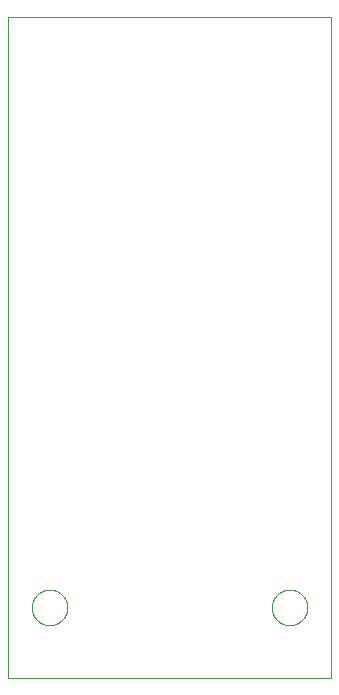
<source format=gbr>
G04 EAGLE Gerber RS-274X export*
G75*
%MOMM*%
%FSLAX34Y34*%
%LPD*%
%AMOC8*
5,1,8,0,0,1.08239X$1,22.5*%
G01*
%ADD10C,0.025400*%
%ADD11C,0.000000*%


D10*
X0Y0D02*
X273200Y0D01*
X273200Y560000D01*
X0Y560000D01*
X0Y0D01*
D11*
X20000Y60000D02*
X20005Y60368D01*
X20018Y60736D01*
X20041Y61103D01*
X20072Y61470D01*
X20113Y61836D01*
X20162Y62201D01*
X20221Y62564D01*
X20288Y62926D01*
X20364Y63287D01*
X20450Y63645D01*
X20543Y64001D01*
X20646Y64354D01*
X20757Y64705D01*
X20877Y65053D01*
X21005Y65398D01*
X21142Y65740D01*
X21287Y66079D01*
X21440Y66413D01*
X21602Y66744D01*
X21771Y67071D01*
X21949Y67393D01*
X22134Y67712D01*
X22327Y68025D01*
X22528Y68334D01*
X22736Y68637D01*
X22952Y68935D01*
X23175Y69228D01*
X23405Y69516D01*
X23642Y69798D01*
X23886Y70073D01*
X24136Y70343D01*
X24393Y70607D01*
X24657Y70864D01*
X24927Y71114D01*
X25202Y71358D01*
X25484Y71595D01*
X25772Y71825D01*
X26065Y72048D01*
X26363Y72264D01*
X26666Y72472D01*
X26975Y72673D01*
X27288Y72866D01*
X27607Y73051D01*
X27929Y73229D01*
X28256Y73398D01*
X28587Y73560D01*
X28921Y73713D01*
X29260Y73858D01*
X29602Y73995D01*
X29947Y74123D01*
X30295Y74243D01*
X30646Y74354D01*
X30999Y74457D01*
X31355Y74550D01*
X31713Y74636D01*
X32074Y74712D01*
X32436Y74779D01*
X32799Y74838D01*
X33164Y74887D01*
X33530Y74928D01*
X33897Y74959D01*
X34264Y74982D01*
X34632Y74995D01*
X35000Y75000D01*
X35368Y74995D01*
X35736Y74982D01*
X36103Y74959D01*
X36470Y74928D01*
X36836Y74887D01*
X37201Y74838D01*
X37564Y74779D01*
X37926Y74712D01*
X38287Y74636D01*
X38645Y74550D01*
X39001Y74457D01*
X39354Y74354D01*
X39705Y74243D01*
X40053Y74123D01*
X40398Y73995D01*
X40740Y73858D01*
X41079Y73713D01*
X41413Y73560D01*
X41744Y73398D01*
X42071Y73229D01*
X42393Y73051D01*
X42712Y72866D01*
X43025Y72673D01*
X43334Y72472D01*
X43637Y72264D01*
X43935Y72048D01*
X44228Y71825D01*
X44516Y71595D01*
X44798Y71358D01*
X45073Y71114D01*
X45343Y70864D01*
X45607Y70607D01*
X45864Y70343D01*
X46114Y70073D01*
X46358Y69798D01*
X46595Y69516D01*
X46825Y69228D01*
X47048Y68935D01*
X47264Y68637D01*
X47472Y68334D01*
X47673Y68025D01*
X47866Y67712D01*
X48051Y67393D01*
X48229Y67071D01*
X48398Y66744D01*
X48560Y66413D01*
X48713Y66079D01*
X48858Y65740D01*
X48995Y65398D01*
X49123Y65053D01*
X49243Y64705D01*
X49354Y64354D01*
X49457Y64001D01*
X49550Y63645D01*
X49636Y63287D01*
X49712Y62926D01*
X49779Y62564D01*
X49838Y62201D01*
X49887Y61836D01*
X49928Y61470D01*
X49959Y61103D01*
X49982Y60736D01*
X49995Y60368D01*
X50000Y60000D01*
X49995Y59632D01*
X49982Y59264D01*
X49959Y58897D01*
X49928Y58530D01*
X49887Y58164D01*
X49838Y57799D01*
X49779Y57436D01*
X49712Y57074D01*
X49636Y56713D01*
X49550Y56355D01*
X49457Y55999D01*
X49354Y55646D01*
X49243Y55295D01*
X49123Y54947D01*
X48995Y54602D01*
X48858Y54260D01*
X48713Y53921D01*
X48560Y53587D01*
X48398Y53256D01*
X48229Y52929D01*
X48051Y52607D01*
X47866Y52288D01*
X47673Y51975D01*
X47472Y51666D01*
X47264Y51363D01*
X47048Y51065D01*
X46825Y50772D01*
X46595Y50484D01*
X46358Y50202D01*
X46114Y49927D01*
X45864Y49657D01*
X45607Y49393D01*
X45343Y49136D01*
X45073Y48886D01*
X44798Y48642D01*
X44516Y48405D01*
X44228Y48175D01*
X43935Y47952D01*
X43637Y47736D01*
X43334Y47528D01*
X43025Y47327D01*
X42712Y47134D01*
X42393Y46949D01*
X42071Y46771D01*
X41744Y46602D01*
X41413Y46440D01*
X41079Y46287D01*
X40740Y46142D01*
X40398Y46005D01*
X40053Y45877D01*
X39705Y45757D01*
X39354Y45646D01*
X39001Y45543D01*
X38645Y45450D01*
X38287Y45364D01*
X37926Y45288D01*
X37564Y45221D01*
X37201Y45162D01*
X36836Y45113D01*
X36470Y45072D01*
X36103Y45041D01*
X35736Y45018D01*
X35368Y45005D01*
X35000Y45000D01*
X34632Y45005D01*
X34264Y45018D01*
X33897Y45041D01*
X33530Y45072D01*
X33164Y45113D01*
X32799Y45162D01*
X32436Y45221D01*
X32074Y45288D01*
X31713Y45364D01*
X31355Y45450D01*
X30999Y45543D01*
X30646Y45646D01*
X30295Y45757D01*
X29947Y45877D01*
X29602Y46005D01*
X29260Y46142D01*
X28921Y46287D01*
X28587Y46440D01*
X28256Y46602D01*
X27929Y46771D01*
X27607Y46949D01*
X27288Y47134D01*
X26975Y47327D01*
X26666Y47528D01*
X26363Y47736D01*
X26065Y47952D01*
X25772Y48175D01*
X25484Y48405D01*
X25202Y48642D01*
X24927Y48886D01*
X24657Y49136D01*
X24393Y49393D01*
X24136Y49657D01*
X23886Y49927D01*
X23642Y50202D01*
X23405Y50484D01*
X23175Y50772D01*
X22952Y51065D01*
X22736Y51363D01*
X22528Y51666D01*
X22327Y51975D01*
X22134Y52288D01*
X21949Y52607D01*
X21771Y52929D01*
X21602Y53256D01*
X21440Y53587D01*
X21287Y53921D01*
X21142Y54260D01*
X21005Y54602D01*
X20877Y54947D01*
X20757Y55295D01*
X20646Y55646D01*
X20543Y55999D01*
X20450Y56355D01*
X20364Y56713D01*
X20288Y57074D01*
X20221Y57436D01*
X20162Y57799D01*
X20113Y58164D01*
X20072Y58530D01*
X20041Y58897D01*
X20018Y59264D01*
X20005Y59632D01*
X20000Y60000D01*
X223200Y60000D02*
X223205Y60368D01*
X223218Y60736D01*
X223241Y61103D01*
X223272Y61470D01*
X223313Y61836D01*
X223362Y62201D01*
X223421Y62564D01*
X223488Y62926D01*
X223564Y63287D01*
X223650Y63645D01*
X223743Y64001D01*
X223846Y64354D01*
X223957Y64705D01*
X224077Y65053D01*
X224205Y65398D01*
X224342Y65740D01*
X224487Y66079D01*
X224640Y66413D01*
X224802Y66744D01*
X224971Y67071D01*
X225149Y67393D01*
X225334Y67712D01*
X225527Y68025D01*
X225728Y68334D01*
X225936Y68637D01*
X226152Y68935D01*
X226375Y69228D01*
X226605Y69516D01*
X226842Y69798D01*
X227086Y70073D01*
X227336Y70343D01*
X227593Y70607D01*
X227857Y70864D01*
X228127Y71114D01*
X228402Y71358D01*
X228684Y71595D01*
X228972Y71825D01*
X229265Y72048D01*
X229563Y72264D01*
X229866Y72472D01*
X230175Y72673D01*
X230488Y72866D01*
X230807Y73051D01*
X231129Y73229D01*
X231456Y73398D01*
X231787Y73560D01*
X232121Y73713D01*
X232460Y73858D01*
X232802Y73995D01*
X233147Y74123D01*
X233495Y74243D01*
X233846Y74354D01*
X234199Y74457D01*
X234555Y74550D01*
X234913Y74636D01*
X235274Y74712D01*
X235636Y74779D01*
X235999Y74838D01*
X236364Y74887D01*
X236730Y74928D01*
X237097Y74959D01*
X237464Y74982D01*
X237832Y74995D01*
X238200Y75000D01*
X238568Y74995D01*
X238936Y74982D01*
X239303Y74959D01*
X239670Y74928D01*
X240036Y74887D01*
X240401Y74838D01*
X240764Y74779D01*
X241126Y74712D01*
X241487Y74636D01*
X241845Y74550D01*
X242201Y74457D01*
X242554Y74354D01*
X242905Y74243D01*
X243253Y74123D01*
X243598Y73995D01*
X243940Y73858D01*
X244279Y73713D01*
X244613Y73560D01*
X244944Y73398D01*
X245271Y73229D01*
X245593Y73051D01*
X245912Y72866D01*
X246225Y72673D01*
X246534Y72472D01*
X246837Y72264D01*
X247135Y72048D01*
X247428Y71825D01*
X247716Y71595D01*
X247998Y71358D01*
X248273Y71114D01*
X248543Y70864D01*
X248807Y70607D01*
X249064Y70343D01*
X249314Y70073D01*
X249558Y69798D01*
X249795Y69516D01*
X250025Y69228D01*
X250248Y68935D01*
X250464Y68637D01*
X250672Y68334D01*
X250873Y68025D01*
X251066Y67712D01*
X251251Y67393D01*
X251429Y67071D01*
X251598Y66744D01*
X251760Y66413D01*
X251913Y66079D01*
X252058Y65740D01*
X252195Y65398D01*
X252323Y65053D01*
X252443Y64705D01*
X252554Y64354D01*
X252657Y64001D01*
X252750Y63645D01*
X252836Y63287D01*
X252912Y62926D01*
X252979Y62564D01*
X253038Y62201D01*
X253087Y61836D01*
X253128Y61470D01*
X253159Y61103D01*
X253182Y60736D01*
X253195Y60368D01*
X253200Y60000D01*
X253195Y59632D01*
X253182Y59264D01*
X253159Y58897D01*
X253128Y58530D01*
X253087Y58164D01*
X253038Y57799D01*
X252979Y57436D01*
X252912Y57074D01*
X252836Y56713D01*
X252750Y56355D01*
X252657Y55999D01*
X252554Y55646D01*
X252443Y55295D01*
X252323Y54947D01*
X252195Y54602D01*
X252058Y54260D01*
X251913Y53921D01*
X251760Y53587D01*
X251598Y53256D01*
X251429Y52929D01*
X251251Y52607D01*
X251066Y52288D01*
X250873Y51975D01*
X250672Y51666D01*
X250464Y51363D01*
X250248Y51065D01*
X250025Y50772D01*
X249795Y50484D01*
X249558Y50202D01*
X249314Y49927D01*
X249064Y49657D01*
X248807Y49393D01*
X248543Y49136D01*
X248273Y48886D01*
X247998Y48642D01*
X247716Y48405D01*
X247428Y48175D01*
X247135Y47952D01*
X246837Y47736D01*
X246534Y47528D01*
X246225Y47327D01*
X245912Y47134D01*
X245593Y46949D01*
X245271Y46771D01*
X244944Y46602D01*
X244613Y46440D01*
X244279Y46287D01*
X243940Y46142D01*
X243598Y46005D01*
X243253Y45877D01*
X242905Y45757D01*
X242554Y45646D01*
X242201Y45543D01*
X241845Y45450D01*
X241487Y45364D01*
X241126Y45288D01*
X240764Y45221D01*
X240401Y45162D01*
X240036Y45113D01*
X239670Y45072D01*
X239303Y45041D01*
X238936Y45018D01*
X238568Y45005D01*
X238200Y45000D01*
X237832Y45005D01*
X237464Y45018D01*
X237097Y45041D01*
X236730Y45072D01*
X236364Y45113D01*
X235999Y45162D01*
X235636Y45221D01*
X235274Y45288D01*
X234913Y45364D01*
X234555Y45450D01*
X234199Y45543D01*
X233846Y45646D01*
X233495Y45757D01*
X233147Y45877D01*
X232802Y46005D01*
X232460Y46142D01*
X232121Y46287D01*
X231787Y46440D01*
X231456Y46602D01*
X231129Y46771D01*
X230807Y46949D01*
X230488Y47134D01*
X230175Y47327D01*
X229866Y47528D01*
X229563Y47736D01*
X229265Y47952D01*
X228972Y48175D01*
X228684Y48405D01*
X228402Y48642D01*
X228127Y48886D01*
X227857Y49136D01*
X227593Y49393D01*
X227336Y49657D01*
X227086Y49927D01*
X226842Y50202D01*
X226605Y50484D01*
X226375Y50772D01*
X226152Y51065D01*
X225936Y51363D01*
X225728Y51666D01*
X225527Y51975D01*
X225334Y52288D01*
X225149Y52607D01*
X224971Y52929D01*
X224802Y53256D01*
X224640Y53587D01*
X224487Y53921D01*
X224342Y54260D01*
X224205Y54602D01*
X224077Y54947D01*
X223957Y55295D01*
X223846Y55646D01*
X223743Y55999D01*
X223650Y56355D01*
X223564Y56713D01*
X223488Y57074D01*
X223421Y57436D01*
X223362Y57799D01*
X223313Y58164D01*
X223272Y58530D01*
X223241Y58897D01*
X223218Y59264D01*
X223205Y59632D01*
X223200Y60000D01*
M02*

</source>
